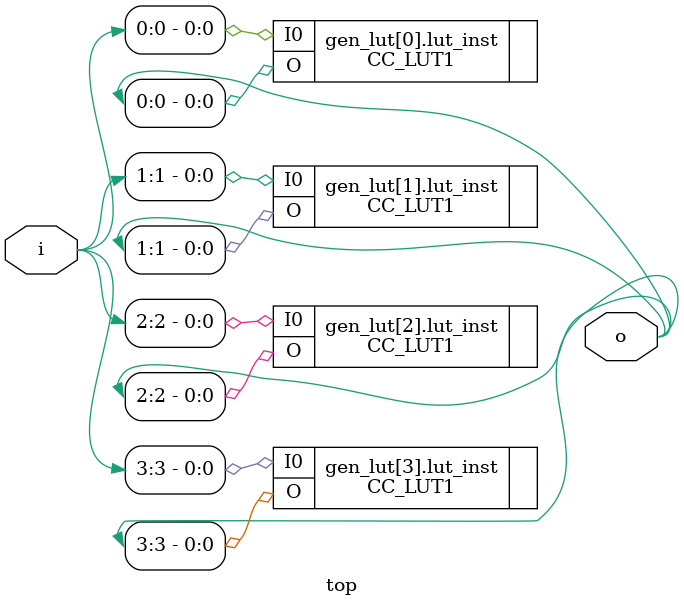
<source format=v>
module top(input [3:0] i, output [3:0] o);
  genvar idx;
  generate
    for (idx = 0; idx < 4; idx = idx + 1) begin : gen_lut
      CC_LUT1 #(
        .INIT(idx[1:0])
      ) lut_inst (
        .I0(i[idx]),
        .O(o[idx])
      );
    end
  endgenerate
endmodule
</source>
